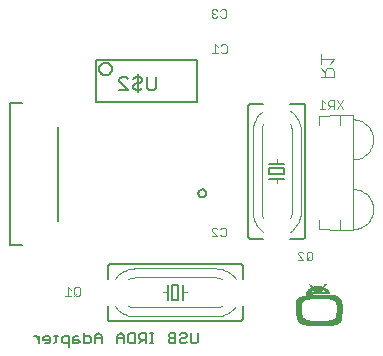
<source format=gbo>
G75*
%MOIN*%
%OFA0B0*%
%FSLAX24Y24*%
%IPPOS*%
%LPD*%
%AMOC8*
5,1,8,0,0,1.08239X$1,22.5*
%
%ADD10C,0.0060*%
%ADD11R,0.0400X0.0010*%
%ADD12R,0.0760X0.0010*%
%ADD13R,0.0960X0.0010*%
%ADD14R,0.1030X0.0010*%
%ADD15R,0.1120X0.0010*%
%ADD16R,0.1190X0.0010*%
%ADD17R,0.1220X0.0010*%
%ADD18R,0.1260X0.0010*%
%ADD19R,0.1300X0.0010*%
%ADD20R,0.1320X0.0010*%
%ADD21R,0.1350X0.0010*%
%ADD22R,0.1370X0.0010*%
%ADD23R,0.1380X0.0010*%
%ADD24R,0.1400X0.0010*%
%ADD25R,0.1420X0.0010*%
%ADD26R,0.0600X0.0010*%
%ADD27R,0.0610X0.0010*%
%ADD28R,0.0420X0.0010*%
%ADD29R,0.0330X0.0010*%
%ADD30R,0.0360X0.0010*%
%ADD31R,0.0320X0.0010*%
%ADD32R,0.0280X0.0010*%
%ADD33R,0.0300X0.0010*%
%ADD34R,0.0260X0.0010*%
%ADD35R,0.0270X0.0010*%
%ADD36R,0.0240X0.0010*%
%ADD37R,0.0250X0.0010*%
%ADD38R,0.0230X0.0010*%
%ADD39R,0.0220X0.0010*%
%ADD40R,0.0210X0.0010*%
%ADD41R,0.0200X0.0010*%
%ADD42R,0.0190X0.0010*%
%ADD43R,0.0180X0.0010*%
%ADD44R,0.0170X0.0010*%
%ADD45R,0.0480X0.0010*%
%ADD46R,0.1410X0.0010*%
%ADD47R,0.1390X0.0010*%
%ADD48R,0.1360X0.0010*%
%ADD49R,0.1330X0.0010*%
%ADD50R,0.1310X0.0010*%
%ADD51R,0.1210X0.0010*%
%ADD52R,0.1160X0.0010*%
%ADD53R,0.1090X0.0010*%
%ADD54R,0.0970X0.0010*%
%ADD55R,0.0840X0.0010*%
%ADD56R,0.0660X0.0010*%
%ADD57R,0.0050X0.0010*%
%ADD58R,0.0790X0.0010*%
%ADD59R,0.0800X0.0010*%
%ADD60R,0.0780X0.0010*%
%ADD61R,0.0310X0.0010*%
%ADD62R,0.0290X0.0010*%
%ADD63R,0.0150X0.0010*%
%ADD64R,0.0160X0.0010*%
%ADD65R,0.0140X0.0010*%
%ADD66R,0.0130X0.0010*%
%ADD67R,0.0640X0.0010*%
%ADD68R,0.0590X0.0010*%
%ADD69R,0.0560X0.0010*%
%ADD70R,0.0540X0.0010*%
%ADD71R,0.0500X0.0010*%
%ADD72R,0.0470X0.0010*%
%ADD73R,0.0430X0.0010*%
%ADD74R,0.0030X0.0010*%
%ADD75R,0.0040X0.0010*%
%ADD76R,0.0020X0.0010*%
%ADD77C,0.0020*%
%ADD78C,0.0030*%
%ADD79C,0.0080*%
%ADD80C,0.0050*%
%ADD81C,0.0040*%
D10*
X006760Y000746D02*
X006816Y000746D01*
X006930Y000633D01*
X006930Y000746D02*
X006930Y000519D01*
X007071Y000633D02*
X007298Y000633D01*
X007298Y000689D02*
X007241Y000746D01*
X007128Y000746D01*
X007071Y000689D01*
X007071Y000633D01*
X007128Y000519D02*
X007241Y000519D01*
X007298Y000576D01*
X007298Y000689D01*
X007430Y000746D02*
X007544Y000746D01*
X007487Y000803D02*
X007487Y000576D01*
X007430Y000519D01*
X007685Y000576D02*
X007685Y000689D01*
X007742Y000746D01*
X007912Y000746D01*
X007912Y000406D01*
X007912Y000519D02*
X007742Y000519D01*
X007685Y000576D01*
X008053Y000633D02*
X008224Y000633D01*
X008280Y000576D01*
X008224Y000519D01*
X008053Y000519D01*
X008053Y000689D01*
X008110Y000746D01*
X008224Y000746D01*
X008422Y000746D02*
X008592Y000746D01*
X008649Y000689D01*
X008649Y000576D01*
X008592Y000519D01*
X008422Y000519D01*
X008422Y000859D01*
X008790Y000746D02*
X008790Y000519D01*
X008790Y000689D02*
X009017Y000689D01*
X009017Y000746D02*
X008904Y000859D01*
X008790Y000746D01*
X009017Y000746D02*
X009017Y000519D01*
X009527Y000519D02*
X009527Y000746D01*
X009640Y000859D01*
X009754Y000746D01*
X009754Y000519D01*
X009895Y000576D02*
X009895Y000803D01*
X009952Y000859D01*
X010122Y000859D01*
X010122Y000519D01*
X009952Y000519D01*
X009895Y000576D01*
X009754Y000689D02*
X009527Y000689D01*
X010263Y000689D02*
X010320Y000633D01*
X010490Y000633D01*
X010377Y000633D02*
X010263Y000519D01*
X010263Y000689D02*
X010263Y000803D01*
X010320Y000859D01*
X010490Y000859D01*
X010490Y000519D01*
X010622Y000519D02*
X010736Y000519D01*
X010679Y000519D02*
X010679Y000859D01*
X010736Y000859D02*
X010622Y000859D01*
X011246Y000803D02*
X011246Y000746D01*
X011302Y000689D01*
X011472Y000689D01*
X011614Y000633D02*
X011614Y000576D01*
X011671Y000519D01*
X011784Y000519D01*
X011841Y000576D01*
X011784Y000689D02*
X011671Y000689D01*
X011614Y000633D01*
X011614Y000803D02*
X011671Y000859D01*
X011784Y000859D01*
X011841Y000803D01*
X011841Y000746D01*
X011784Y000689D01*
X011982Y000576D02*
X011982Y000859D01*
X012209Y000859D02*
X012209Y000576D01*
X012152Y000519D01*
X012039Y000519D01*
X011982Y000576D01*
X011472Y000519D02*
X011302Y000519D01*
X011246Y000576D01*
X011246Y000633D01*
X011302Y000689D01*
X011246Y000803D02*
X011302Y000859D01*
X011472Y000859D01*
X011472Y000519D01*
X011564Y001961D02*
X011364Y001961D01*
X011364Y002461D01*
X011564Y002461D01*
X011564Y001961D01*
X011714Y001961D02*
X011714Y002211D01*
X011714Y002461D01*
X011214Y002461D02*
X011214Y002211D01*
X011214Y001961D01*
X009314Y001261D02*
X009297Y001263D01*
X009280Y001267D01*
X009264Y001274D01*
X009250Y001284D01*
X009237Y001297D01*
X009227Y001311D01*
X009220Y001327D01*
X009216Y001344D01*
X009214Y001361D01*
X009214Y001761D01*
X009314Y001261D02*
X013614Y001261D01*
X013631Y001263D01*
X013648Y001267D01*
X013664Y001274D01*
X013678Y001284D01*
X013691Y001297D01*
X013701Y001311D01*
X013708Y001327D01*
X013712Y001344D01*
X013714Y001361D01*
X013714Y001761D01*
X013714Y002661D02*
X013714Y003061D01*
X013712Y003078D01*
X013708Y003095D01*
X013701Y003111D01*
X013691Y003125D01*
X013678Y003138D01*
X013664Y003148D01*
X013648Y003155D01*
X013631Y003159D01*
X013614Y003161D01*
X009314Y003161D01*
X009297Y003159D01*
X009280Y003155D01*
X009264Y003148D01*
X009250Y003138D01*
X009237Y003125D01*
X009227Y003111D01*
X009220Y003095D01*
X009216Y003078D01*
X009214Y003061D01*
X009214Y002661D01*
X013899Y004100D02*
X013899Y008400D01*
X013901Y008417D01*
X013905Y008434D01*
X013912Y008450D01*
X013922Y008464D01*
X013935Y008477D01*
X013949Y008487D01*
X013965Y008494D01*
X013982Y008498D01*
X013999Y008500D01*
X014399Y008500D01*
X015299Y008500D02*
X015699Y008500D01*
X015716Y008498D01*
X015733Y008494D01*
X015749Y008487D01*
X015763Y008477D01*
X015776Y008464D01*
X015786Y008450D01*
X015793Y008434D01*
X015797Y008417D01*
X015799Y008400D01*
X015799Y004100D01*
X015797Y004083D01*
X015793Y004066D01*
X015786Y004050D01*
X015776Y004036D01*
X015763Y004023D01*
X015749Y004013D01*
X015733Y004006D01*
X015716Y004002D01*
X015699Y004000D01*
X015299Y004000D01*
X014399Y004000D02*
X013999Y004000D01*
X013982Y004002D01*
X013965Y004006D01*
X013949Y004013D01*
X013935Y004023D01*
X013922Y004036D01*
X013912Y004050D01*
X013905Y004066D01*
X013901Y004083D01*
X013899Y004100D01*
X014599Y006000D02*
X014849Y006000D01*
X015099Y006000D01*
X015099Y006150D02*
X014599Y006150D01*
X014599Y006350D01*
X015099Y006350D01*
X015099Y006150D01*
X015099Y006500D02*
X014849Y006500D01*
X014599Y006500D01*
D11*
X016794Y001249D03*
X016294Y001089D03*
D12*
X016274Y001099D03*
X016234Y002189D03*
D13*
X016284Y001109D03*
D14*
X016279Y001119D03*
D15*
X016284Y001129D03*
D16*
X016279Y001139D03*
D17*
X016284Y001149D03*
D18*
X016274Y001159D03*
X016274Y002039D03*
D19*
X016274Y001169D03*
D20*
X016274Y001179D03*
D21*
X016279Y001189D03*
D22*
X016279Y001199D03*
D23*
X016274Y001209D03*
D24*
X016274Y001219D03*
D25*
X016274Y001229D03*
D26*
X016684Y001239D03*
D27*
X015869Y001239D03*
X016239Y002289D03*
D28*
X016224Y002359D03*
X015744Y001969D03*
X015764Y001249D03*
X016754Y001979D03*
D29*
X016819Y001959D03*
X016829Y001259D03*
X015709Y001269D03*
D30*
X015724Y001259D03*
X015714Y001959D03*
X016254Y002369D03*
X016794Y001969D03*
D31*
X016844Y001269D03*
X015684Y001949D03*
D32*
X015654Y001929D03*
X016224Y002249D03*
X016844Y001949D03*
X016864Y001279D03*
X015674Y001289D03*
D33*
X015694Y001279D03*
X015664Y001939D03*
D34*
X015634Y001909D03*
X015624Y001899D03*
X016234Y002379D03*
X016884Y001299D03*
X016874Y001289D03*
D35*
X016859Y001939D03*
X016229Y002219D03*
X016229Y002229D03*
X016229Y002239D03*
X015639Y001919D03*
X015669Y001299D03*
D36*
X015644Y001329D03*
X015614Y001889D03*
X016884Y001919D03*
X016894Y001309D03*
D37*
X016869Y001929D03*
X015659Y001309D03*
X015649Y001319D03*
D38*
X015639Y001339D03*
X015629Y001349D03*
X015629Y001359D03*
X015599Y001849D03*
X015599Y001859D03*
X015609Y001869D03*
X015609Y001879D03*
X016889Y001909D03*
X016899Y001319D03*
D39*
X016904Y001329D03*
X016904Y001899D03*
X015944Y002139D03*
X015594Y001839D03*
X015594Y001829D03*
X015624Y001369D03*
D40*
X015619Y001379D03*
X015619Y001389D03*
X015619Y001399D03*
X015609Y001419D03*
X015609Y001429D03*
X015589Y001769D03*
X015589Y001779D03*
X015589Y001789D03*
X015589Y001799D03*
X015589Y001809D03*
X015589Y001819D03*
X016909Y001879D03*
X016909Y001889D03*
X016919Y001359D03*
X016909Y001349D03*
X016909Y001339D03*
D41*
X016924Y001369D03*
X016924Y001379D03*
X016924Y001389D03*
X016934Y001429D03*
X016914Y001869D03*
X016514Y002199D03*
X015584Y001759D03*
X015584Y001749D03*
X015584Y001739D03*
X015584Y001729D03*
X015584Y001719D03*
X015584Y001709D03*
X015584Y001699D03*
X015584Y001689D03*
X015584Y001679D03*
X015584Y001669D03*
X015584Y001659D03*
X015584Y001649D03*
X015584Y001639D03*
X015584Y001629D03*
X015594Y001599D03*
X015594Y001589D03*
X015594Y001579D03*
X015594Y001569D03*
X015594Y001559D03*
X015594Y001549D03*
X015594Y001539D03*
X015594Y001529D03*
X015594Y001519D03*
X015594Y001509D03*
X015604Y001479D03*
X015604Y001469D03*
X015604Y001459D03*
X015604Y001449D03*
X015604Y001439D03*
X015614Y001409D03*
D42*
X015599Y001489D03*
X015599Y001499D03*
X015589Y001609D03*
X015589Y001619D03*
X016919Y001859D03*
X016929Y001849D03*
X016929Y001839D03*
X016939Y001809D03*
X016939Y001479D03*
X016939Y001469D03*
X016939Y001459D03*
X016939Y001449D03*
X016939Y001439D03*
X016929Y001419D03*
X016929Y001409D03*
X016929Y001399D03*
D43*
X016944Y001489D03*
X016944Y001499D03*
X016944Y001509D03*
X016944Y001519D03*
X016944Y001529D03*
X016944Y001539D03*
X016944Y001549D03*
X016944Y001559D03*
X016944Y001569D03*
X016944Y001579D03*
X016944Y001589D03*
X016944Y001599D03*
X016944Y001609D03*
X016944Y001619D03*
X016944Y001739D03*
X016944Y001749D03*
X016944Y001759D03*
X016944Y001769D03*
X016944Y001779D03*
X016944Y001789D03*
X016944Y001799D03*
X016934Y001819D03*
X016934Y001829D03*
D44*
X016949Y001729D03*
X016949Y001719D03*
X016949Y001709D03*
X016949Y001699D03*
X016949Y001689D03*
X016949Y001679D03*
X016949Y001669D03*
X016949Y001659D03*
X016949Y001649D03*
X016949Y001639D03*
X016949Y001629D03*
X016519Y002209D03*
X015939Y002199D03*
D45*
X016144Y002269D03*
X015784Y001979D03*
D46*
X016259Y001989D03*
D47*
X016259Y001999D03*
D48*
X016264Y002009D03*
D49*
X016269Y002019D03*
D50*
X016269Y002029D03*
D51*
X016279Y002049D03*
D52*
X016284Y002059D03*
D53*
X016299Y002069D03*
D54*
X016319Y002079D03*
D55*
X016344Y002089D03*
D56*
X016364Y002099D03*
D57*
X015859Y002129D03*
D58*
X016229Y002149D03*
D59*
X016234Y002159D03*
D60*
X016234Y002169D03*
X016234Y002179D03*
D61*
X016239Y002199D03*
D62*
X016229Y002209D03*
X016219Y002259D03*
D63*
X015939Y002219D03*
X015939Y002209D03*
X016519Y002229D03*
D64*
X016524Y002219D03*
X016234Y002389D03*
D65*
X016494Y002269D03*
X016504Y002259D03*
X016514Y002249D03*
X016514Y002239D03*
X015944Y002229D03*
D66*
X015949Y002239D03*
X015949Y002249D03*
X015959Y002259D03*
D67*
X016234Y002279D03*
D68*
X016239Y002299D03*
D69*
X016234Y002309D03*
D70*
X016234Y002319D03*
D71*
X016234Y002329D03*
D72*
X016239Y002339D03*
D73*
X016229Y002349D03*
D74*
X016029Y002369D03*
X015989Y002419D03*
X015969Y002449D03*
X016429Y002389D03*
X016439Y002409D03*
X016459Y002439D03*
X016469Y002449D03*
X016479Y002469D03*
D75*
X016474Y002459D03*
X016454Y002429D03*
X016444Y002419D03*
X016434Y002399D03*
X016424Y002379D03*
X016024Y002379D03*
X016014Y002389D03*
X016004Y002399D03*
X015994Y002409D03*
X015984Y002429D03*
X015974Y002439D03*
D76*
X015964Y002459D03*
D77*
X013475Y001761D02*
X013443Y001716D01*
X013407Y001674D01*
X013368Y001634D01*
X013326Y001597D01*
X013283Y001563D01*
X013236Y001532D01*
X013188Y001504D01*
X013138Y001480D01*
X013087Y001459D01*
X013034Y001442D01*
X012980Y001428D01*
X012925Y001419D01*
X012870Y001413D01*
X012814Y001411D01*
X010114Y001411D01*
X010114Y001711D02*
X012814Y001711D01*
X013475Y002661D02*
X013443Y002706D01*
X013407Y002748D01*
X013368Y002788D01*
X013327Y002825D01*
X013283Y002859D01*
X013236Y002890D01*
X013188Y002918D01*
X013138Y002942D01*
X013087Y002963D01*
X013034Y002980D01*
X012980Y002994D01*
X012925Y003003D01*
X012870Y003009D01*
X012814Y003011D01*
X010114Y003011D01*
X010114Y002711D02*
X012814Y002711D01*
X012852Y002710D01*
X012889Y002705D01*
X012926Y002698D01*
X012962Y002689D01*
X012998Y002676D01*
X013032Y002661D01*
X013032Y001761D02*
X012998Y001746D01*
X012962Y001733D01*
X012926Y001724D01*
X012889Y001717D01*
X012852Y001712D01*
X012814Y001711D01*
X011864Y002211D02*
X011714Y002211D01*
X011214Y002211D02*
X011064Y002211D01*
X010114Y001411D02*
X010058Y001413D01*
X010003Y001419D01*
X009948Y001428D01*
X009894Y001442D01*
X009841Y001459D01*
X009790Y001480D01*
X009740Y001504D01*
X009692Y001532D01*
X009645Y001563D01*
X009601Y001597D01*
X009560Y001634D01*
X009521Y001674D01*
X009485Y001716D01*
X009453Y001761D01*
X009453Y002661D02*
X009485Y002706D01*
X009521Y002748D01*
X009560Y002788D01*
X009602Y002825D01*
X009645Y002859D01*
X009692Y002890D01*
X009740Y002918D01*
X009790Y002942D01*
X009841Y002963D01*
X009894Y002980D01*
X009948Y002994D01*
X010003Y003003D01*
X010058Y003009D01*
X010114Y003011D01*
X010114Y002711D02*
X010076Y002710D01*
X010039Y002705D01*
X010002Y002698D01*
X009966Y002689D01*
X009930Y002676D01*
X009896Y002661D01*
X009896Y001761D02*
X009930Y001746D01*
X009966Y001733D01*
X010002Y001724D01*
X010039Y001717D01*
X010076Y001712D01*
X010114Y001711D01*
X014049Y004900D02*
X014049Y007600D01*
X014349Y007600D02*
X014349Y004900D01*
X015299Y004239D02*
X015344Y004271D01*
X015386Y004307D01*
X015426Y004346D01*
X015463Y004387D01*
X015497Y004431D01*
X015528Y004478D01*
X015556Y004526D01*
X015580Y004576D01*
X015601Y004627D01*
X015618Y004680D01*
X015632Y004734D01*
X015641Y004789D01*
X015647Y004844D01*
X015649Y004900D01*
X015649Y007600D01*
X015349Y007600D02*
X015349Y004900D01*
X015348Y004862D01*
X015343Y004825D01*
X015336Y004788D01*
X015327Y004752D01*
X015314Y004716D01*
X015299Y004682D01*
X014399Y004239D02*
X014354Y004271D01*
X014312Y004307D01*
X014272Y004346D01*
X014235Y004388D01*
X014201Y004431D01*
X014170Y004478D01*
X014142Y004526D01*
X014118Y004576D01*
X014097Y004627D01*
X014080Y004680D01*
X014066Y004734D01*
X014057Y004789D01*
X014051Y004844D01*
X014049Y004900D01*
X014349Y004900D02*
X014350Y004862D01*
X014355Y004825D01*
X014362Y004788D01*
X014371Y004752D01*
X014384Y004716D01*
X014399Y004682D01*
X014849Y005850D02*
X014849Y006000D01*
X014849Y006500D02*
X014849Y006650D01*
X014049Y007600D02*
X014051Y007656D01*
X014057Y007711D01*
X014066Y007766D01*
X014080Y007820D01*
X014097Y007873D01*
X014118Y007924D01*
X014142Y007974D01*
X014170Y008022D01*
X014201Y008069D01*
X014235Y008113D01*
X014272Y008154D01*
X014312Y008193D01*
X014354Y008229D01*
X014399Y008261D01*
X015299Y008261D02*
X015344Y008229D01*
X015386Y008193D01*
X015426Y008154D01*
X015463Y008112D01*
X015497Y008069D01*
X015528Y008022D01*
X015556Y007974D01*
X015580Y007924D01*
X015601Y007873D01*
X015618Y007820D01*
X015632Y007766D01*
X015641Y007711D01*
X015647Y007656D01*
X015649Y007600D01*
X015349Y007600D02*
X015348Y007638D01*
X015343Y007675D01*
X015336Y007712D01*
X015327Y007748D01*
X015314Y007784D01*
X015299Y007818D01*
X014399Y007818D02*
X014384Y007784D01*
X014371Y007748D01*
X014362Y007712D01*
X014355Y007675D01*
X014350Y007638D01*
X014349Y007600D01*
D78*
X016276Y008324D02*
X016469Y008324D01*
X016372Y008324D02*
X016372Y008615D01*
X016469Y008518D01*
X016570Y008566D02*
X016619Y008615D01*
X016764Y008615D01*
X016764Y008324D01*
X016764Y008421D02*
X016619Y008421D01*
X016570Y008470D01*
X016570Y008566D01*
X016667Y008421D02*
X016570Y008324D01*
X016865Y008324D02*
X017058Y008615D01*
X016865Y008615D02*
X017058Y008324D01*
X013174Y010239D02*
X013126Y010191D01*
X013029Y010191D01*
X012981Y010239D01*
X012880Y010191D02*
X012686Y010191D01*
X012783Y010191D02*
X012783Y010481D01*
X012880Y010384D01*
X012981Y010433D02*
X013029Y010481D01*
X013126Y010481D01*
X013174Y010433D01*
X013174Y010239D01*
X013116Y011365D02*
X013019Y011365D01*
X012971Y011413D01*
X012870Y011413D02*
X012821Y011365D01*
X012724Y011365D01*
X012676Y011413D01*
X012676Y011462D01*
X012724Y011510D01*
X012773Y011510D01*
X012724Y011510D02*
X012676Y011558D01*
X012676Y011607D01*
X012724Y011655D01*
X012821Y011655D01*
X012870Y011607D01*
X012971Y011607D02*
X013019Y011655D01*
X013116Y011655D01*
X013164Y011607D01*
X013164Y011413D01*
X013116Y011365D01*
X013115Y004369D02*
X013164Y004321D01*
X013164Y004127D01*
X013115Y004079D01*
X013018Y004079D01*
X012970Y004127D01*
X012869Y004079D02*
X012675Y004079D01*
X012675Y004272D02*
X012869Y004079D01*
X012869Y004321D02*
X012820Y004369D01*
X012724Y004369D01*
X012675Y004321D01*
X012675Y004272D01*
X012970Y004321D02*
X013018Y004369D01*
X013115Y004369D01*
X015545Y003527D02*
X015545Y003478D01*
X015739Y003285D01*
X015545Y003285D01*
X015545Y003527D02*
X015594Y003575D01*
X015690Y003575D01*
X015739Y003527D01*
X015840Y003527D02*
X015840Y003333D01*
X015888Y003285D01*
X015985Y003285D01*
X016034Y003333D01*
X016034Y003527D01*
X015985Y003575D01*
X015888Y003575D01*
X015840Y003527D01*
X015937Y003382D02*
X015840Y003285D01*
X008291Y002348D02*
X008291Y002154D01*
X008243Y002106D01*
X008146Y002106D01*
X008098Y002154D01*
X008098Y002348D01*
X008146Y002396D01*
X008243Y002396D01*
X008291Y002348D01*
X008194Y002203D02*
X008098Y002106D01*
X007997Y002106D02*
X007803Y002106D01*
X007900Y002106D02*
X007900Y002396D01*
X007997Y002299D01*
D79*
X006360Y003797D02*
X005967Y003797D01*
X005967Y008521D01*
X006360Y008521D01*
X007542Y007734D02*
X007542Y004584D01*
X012236Y005518D02*
X012238Y005540D01*
X012244Y005562D01*
X012253Y005582D01*
X012266Y005600D01*
X012282Y005616D01*
X012300Y005629D01*
X012320Y005638D01*
X012342Y005644D01*
X012364Y005646D01*
X012386Y005644D01*
X012408Y005638D01*
X012428Y005629D01*
X012446Y005616D01*
X012462Y005600D01*
X012475Y005582D01*
X012484Y005562D01*
X012490Y005540D01*
X012492Y005518D01*
X012490Y005496D01*
X012484Y005474D01*
X012475Y005454D01*
X012462Y005436D01*
X012446Y005420D01*
X012428Y005407D01*
X012408Y005398D01*
X012386Y005392D01*
X012364Y005390D01*
X012342Y005392D01*
X012320Y005398D01*
X012300Y005407D01*
X012282Y005420D01*
X012266Y005436D01*
X012253Y005454D01*
X012244Y005474D01*
X012238Y005496D01*
X012236Y005518D01*
D80*
X012199Y008550D02*
X008839Y008550D01*
X008839Y009960D01*
X012199Y009960D01*
X012199Y008550D01*
X010825Y009030D02*
X010825Y009405D01*
X010525Y009405D02*
X010525Y009030D01*
X010600Y008955D01*
X010750Y008955D01*
X010825Y009030D01*
X010365Y009030D02*
X010290Y008955D01*
X010140Y008955D01*
X010065Y009030D01*
X010065Y009105D01*
X010140Y009180D01*
X010290Y009180D01*
X010365Y009255D01*
X010365Y009330D01*
X010290Y009405D01*
X010140Y009405D01*
X010065Y009330D01*
X009905Y009330D02*
X009830Y009405D01*
X009679Y009405D01*
X009604Y009330D01*
X009604Y009255D01*
X009905Y008955D01*
X009604Y008955D01*
X010215Y008880D02*
X010215Y009480D01*
X008929Y009660D02*
X008931Y009689D01*
X008937Y009717D01*
X008946Y009744D01*
X008960Y009769D01*
X008976Y009793D01*
X008996Y009813D01*
X009018Y009832D01*
X009042Y009846D01*
X009069Y009858D01*
X009096Y009866D01*
X009125Y009870D01*
X009153Y009870D01*
X009182Y009866D01*
X009209Y009858D01*
X009236Y009846D01*
X009260Y009832D01*
X009282Y009813D01*
X009302Y009793D01*
X009318Y009769D01*
X009332Y009744D01*
X009341Y009717D01*
X009347Y009689D01*
X009349Y009660D01*
X009347Y009631D01*
X009341Y009603D01*
X009332Y009576D01*
X009318Y009551D01*
X009302Y009527D01*
X009282Y009507D01*
X009260Y009488D01*
X009236Y009474D01*
X009209Y009462D01*
X009182Y009454D01*
X009153Y009450D01*
X009125Y009450D01*
X009096Y009454D01*
X009069Y009462D01*
X009042Y009474D01*
X009018Y009488D01*
X008996Y009507D01*
X008976Y009527D01*
X008960Y009551D01*
X008946Y009576D01*
X008937Y009603D01*
X008931Y009631D01*
X008929Y009660D01*
D81*
X016247Y008100D02*
X016247Y007785D01*
X016247Y008100D02*
X016955Y008139D01*
X016955Y007785D01*
X016955Y008139D02*
X017389Y008139D01*
X017389Y004281D01*
X016955Y004281D01*
X016955Y004635D01*
X016955Y004281D02*
X016247Y004320D01*
X016247Y004635D01*
X017389Y004321D02*
X017439Y004323D01*
X017489Y004328D01*
X017538Y004338D01*
X017586Y004351D01*
X017633Y004367D01*
X017679Y004387D01*
X017724Y004411D01*
X017766Y004437D01*
X017806Y004467D01*
X017844Y004500D01*
X017879Y004535D01*
X017912Y004573D01*
X017942Y004613D01*
X017968Y004656D01*
X017992Y004700D01*
X018012Y004746D01*
X018028Y004793D01*
X018041Y004841D01*
X018051Y004890D01*
X018056Y004940D01*
X018058Y004990D01*
X018056Y005040D01*
X018051Y005090D01*
X018041Y005139D01*
X018028Y005187D01*
X018012Y005234D01*
X017992Y005280D01*
X017968Y005325D01*
X017942Y005367D01*
X017912Y005407D01*
X017879Y005445D01*
X017844Y005480D01*
X017806Y005513D01*
X017766Y005543D01*
X017723Y005569D01*
X017679Y005593D01*
X017633Y005613D01*
X017586Y005629D01*
X017538Y005642D01*
X017489Y005652D01*
X017439Y005657D01*
X017389Y005659D01*
X017389Y006643D02*
X017439Y006645D01*
X017489Y006650D01*
X017538Y006660D01*
X017586Y006673D01*
X017633Y006689D01*
X017679Y006709D01*
X017724Y006733D01*
X017766Y006759D01*
X017806Y006789D01*
X017844Y006822D01*
X017879Y006857D01*
X017912Y006895D01*
X017942Y006935D01*
X017968Y006978D01*
X017992Y007022D01*
X018012Y007068D01*
X018028Y007115D01*
X018041Y007163D01*
X018051Y007212D01*
X018056Y007262D01*
X018058Y007312D01*
X018056Y007362D01*
X018051Y007412D01*
X018041Y007461D01*
X018028Y007509D01*
X018012Y007556D01*
X017992Y007602D01*
X017968Y007647D01*
X017942Y007689D01*
X017912Y007729D01*
X017879Y007767D01*
X017844Y007802D01*
X017806Y007835D01*
X017766Y007865D01*
X017723Y007891D01*
X017679Y007915D01*
X017633Y007935D01*
X017586Y007951D01*
X017538Y007964D01*
X017489Y007974D01*
X017439Y007979D01*
X017389Y007981D01*
X016769Y009377D02*
X016308Y009377D01*
X016462Y009377D02*
X016462Y009607D01*
X016538Y009684D01*
X016692Y009684D01*
X016769Y009607D01*
X016769Y009377D01*
X016462Y009530D02*
X016308Y009684D01*
X016308Y009837D02*
X016308Y010144D01*
X016308Y009991D02*
X016769Y009991D01*
X016615Y009837D01*
M02*

</source>
